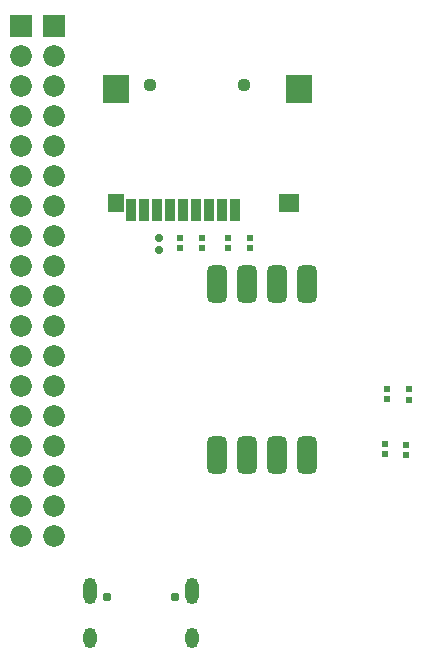
<source format=gbs>
G04*
G04 #@! TF.GenerationSoftware,Altium Limited,Altium Designer,20.0.13 (296)*
G04*
G04 Layer_Color=16711935*
%FSLAX24Y24*%
%MOIN*%
G70*
G01*
G75*
G04:AMPARAMS|DCode=39|XSize=25.2mil|YSize=25.2mil|CornerRadius=7.6mil|HoleSize=0mil|Usage=FLASHONLY|Rotation=180.000|XOffset=0mil|YOffset=0mil|HoleType=Round|Shape=RoundedRectangle|*
%AMROUNDEDRECTD39*
21,1,0.0252,0.0100,0,0,180.0*
21,1,0.0100,0.0252,0,0,180.0*
1,1,0.0152,-0.0050,0.0050*
1,1,0.0152,0.0050,0.0050*
1,1,0.0152,0.0050,-0.0050*
1,1,0.0152,-0.0050,-0.0050*
%
%ADD39ROUNDEDRECTD39*%
%ADD40R,0.0248X0.0209*%
%ADD58C,0.0721*%
%ADD59R,0.0721X0.0721*%
%ADD60C,0.0445*%
%ADD61C,0.0308*%
%ADD62O,0.0445X0.0682*%
%ADD63O,0.0445X0.0878*%
G04:AMPARAMS|DCode=78|XSize=125.2mil|YSize=65.2mil|CornerRadius=17.6mil|HoleSize=0mil|Usage=FLASHONLY|Rotation=90.000|XOffset=0mil|YOffset=0mil|HoleType=Round|Shape=RoundedRectangle|*
%AMROUNDEDRECTD78*
21,1,0.1252,0.0300,0,0,90.0*
21,1,0.0900,0.0652,0,0,90.0*
1,1,0.0352,0.0150,0.0450*
1,1,0.0352,0.0150,-0.0450*
1,1,0.0352,-0.0150,-0.0450*
1,1,0.0352,-0.0150,0.0450*
%
%ADD78ROUNDEDRECTD78*%
%ADD79R,0.0248X0.0248*%
%ADD80R,0.0852X0.0918*%
%ADD81R,0.0682X0.0603*%
%ADD82R,0.0524X0.0603*%
%ADD83R,0.0327X0.0760*%
D39*
X20300Y26550D02*
D03*
Y26950D02*
D03*
D40*
X21750Y26600D02*
D03*
Y26935D02*
D03*
X22600Y26600D02*
D03*
Y26935D02*
D03*
X21000Y26600D02*
D03*
Y26935D02*
D03*
X23350Y26600D02*
D03*
Y26935D02*
D03*
D58*
X15700Y17000D02*
D03*
Y18000D02*
D03*
Y19000D02*
D03*
Y20000D02*
D03*
Y21000D02*
D03*
Y22000D02*
D03*
Y23000D02*
D03*
Y24000D02*
D03*
Y25000D02*
D03*
Y26000D02*
D03*
Y27000D02*
D03*
Y28000D02*
D03*
Y29000D02*
D03*
Y30000D02*
D03*
Y31000D02*
D03*
Y32000D02*
D03*
Y33000D02*
D03*
X16800Y17000D02*
D03*
Y18000D02*
D03*
Y19000D02*
D03*
Y20000D02*
D03*
Y21000D02*
D03*
Y22000D02*
D03*
Y23000D02*
D03*
Y24000D02*
D03*
Y25000D02*
D03*
Y26000D02*
D03*
Y27000D02*
D03*
Y28000D02*
D03*
Y29000D02*
D03*
Y30000D02*
D03*
Y31000D02*
D03*
Y32000D02*
D03*
Y33000D02*
D03*
D59*
X15700Y34000D02*
D03*
X16800D02*
D03*
D60*
X23150Y32050D02*
D03*
X20000D02*
D03*
D61*
X18562Y14986D02*
D03*
X20838D02*
D03*
D62*
X21403Y13608D02*
D03*
X17997D02*
D03*
D63*
X21403Y15183D02*
D03*
X17997D02*
D03*
D78*
X22250Y19700D02*
D03*
X23250D02*
D03*
X24250D02*
D03*
X25250D02*
D03*
Y25400D02*
D03*
X24250D02*
D03*
X23250D02*
D03*
X22250D02*
D03*
D79*
X27850Y19730D02*
D03*
Y20070D02*
D03*
X28550Y19710D02*
D03*
Y20050D02*
D03*
X27900Y21900D02*
D03*
Y21560D02*
D03*
X28650Y21890D02*
D03*
Y21550D02*
D03*
D80*
X24961Y31893D02*
D03*
X18858D02*
D03*
D81*
X24646Y28113D02*
D03*
D82*
X18858D02*
D03*
D83*
X22835Y27866D02*
D03*
X22402D02*
D03*
X21969D02*
D03*
X21535D02*
D03*
X21102D02*
D03*
X20236D02*
D03*
X19803D02*
D03*
X19370D02*
D03*
X20669D02*
D03*
M02*

</source>
